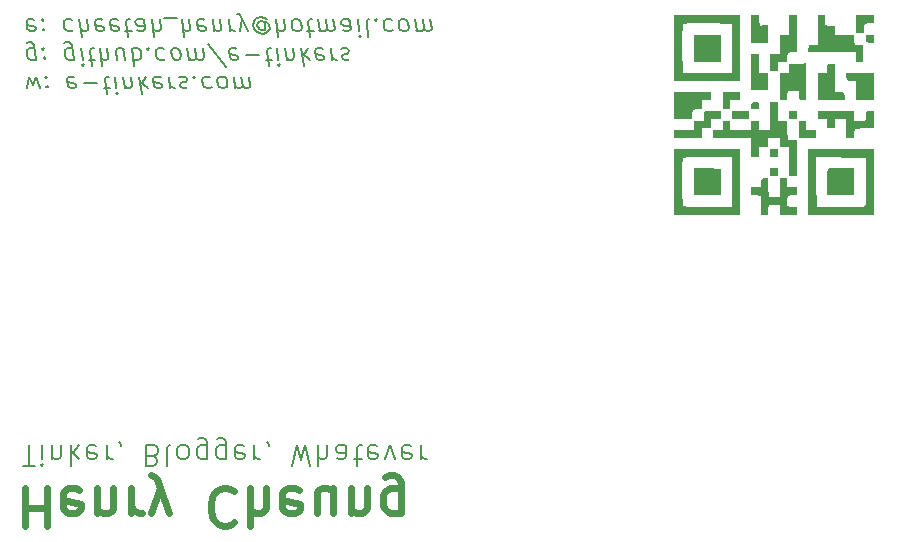
<source format=gbr>
%TF.GenerationSoftware,KiCad,Pcbnew,(6.0.11-0)*%
%TF.CreationDate,2024-05-30T12:09:29+08:00*%
%TF.ProjectId,tinyAVR-business-card,74696e79-4156-4522-9d62-7573696e6573,rev?*%
%TF.SameCoordinates,Original*%
%TF.FileFunction,Legend,Bot*%
%TF.FilePolarity,Positive*%
%FSLAX46Y46*%
G04 Gerber Fmt 4.6, Leading zero omitted, Abs format (unit mm)*
G04 Created by KiCad (PCBNEW (6.0.11-0)) date 2024-05-30 12:09:29*
%MOMM*%
%LPD*%
G01*
G04 APERTURE LIST*
%ADD10C,0.200000*%
%ADD11C,0.600000*%
G04 APERTURE END LIST*
D10*
X91728214Y-71736428D02*
X91888928Y-70736428D01*
X92263928Y-71450714D01*
X92460357Y-70736428D01*
X92871071Y-71736428D01*
X93335357Y-70879285D02*
X93397857Y-70807857D01*
X93317500Y-70736428D01*
X93255000Y-70807857D01*
X93335357Y-70879285D01*
X93317500Y-70736428D01*
X93433571Y-71665000D02*
X93496071Y-71593571D01*
X93415714Y-71522142D01*
X93353214Y-71593571D01*
X93433571Y-71665000D01*
X93415714Y-71522142D01*
X95755000Y-70807857D02*
X95603214Y-70736428D01*
X95317500Y-70736428D01*
X95183571Y-70807857D01*
X95130000Y-70950714D01*
X95201428Y-71522142D01*
X95290714Y-71665000D01*
X95442500Y-71736428D01*
X95728214Y-71736428D01*
X95862142Y-71665000D01*
X95915714Y-71522142D01*
X95897857Y-71379285D01*
X95165714Y-71236428D01*
X96531785Y-71307857D02*
X97674642Y-71307857D01*
X98228214Y-71736428D02*
X98799642Y-71736428D01*
X98504999Y-72236428D02*
X98344285Y-70950714D01*
X98397857Y-70807857D01*
X98531785Y-70736428D01*
X98674642Y-70736428D01*
X99174642Y-70736428D02*
X99299642Y-71736428D01*
X99362142Y-72236428D02*
X99281785Y-72165000D01*
X99344285Y-72093571D01*
X99424642Y-72165000D01*
X99362142Y-72236428D01*
X99344285Y-72093571D01*
X100013928Y-71736428D02*
X99888928Y-70736428D01*
X99996071Y-71593571D02*
X100076428Y-71665000D01*
X100228214Y-71736428D01*
X100442499Y-71736428D01*
X100576428Y-71665000D01*
X100629999Y-71522142D01*
X100531785Y-70736428D01*
X101246071Y-70736428D02*
X101433571Y-72236428D01*
X101460357Y-71307857D02*
X101817499Y-70736428D01*
X101942499Y-71736428D02*
X101299642Y-71165000D01*
X103040714Y-70807857D02*
X102888928Y-70736428D01*
X102603214Y-70736428D01*
X102469285Y-70807857D01*
X102415714Y-70950714D01*
X102487142Y-71522142D01*
X102576428Y-71665000D01*
X102728214Y-71736428D01*
X103013928Y-71736428D01*
X103147857Y-71665000D01*
X103201428Y-71522142D01*
X103183571Y-71379285D01*
X102451428Y-71236428D01*
X103746071Y-70736428D02*
X103871071Y-71736428D01*
X103835357Y-71450714D02*
X103924642Y-71593571D01*
X104004999Y-71665000D01*
X104156785Y-71736428D01*
X104299642Y-71736428D01*
X104612142Y-70807857D02*
X104746071Y-70736428D01*
X105031785Y-70736428D01*
X105183571Y-70807857D01*
X105272857Y-70950714D01*
X105281785Y-71022142D01*
X105228214Y-71165000D01*
X105094285Y-71236428D01*
X104879999Y-71236428D01*
X104746071Y-71307857D01*
X104692499Y-71450714D01*
X104701428Y-71522142D01*
X104790714Y-71665000D01*
X104942499Y-71736428D01*
X105156785Y-71736428D01*
X105290714Y-71665000D01*
X105906785Y-70879285D02*
X105969285Y-70807857D01*
X105888928Y-70736428D01*
X105826428Y-70807857D01*
X105906785Y-70879285D01*
X105888928Y-70736428D01*
X107254999Y-70807857D02*
X107103214Y-70736428D01*
X106817499Y-70736428D01*
X106683571Y-70807857D01*
X106621071Y-70879285D01*
X106567499Y-71022142D01*
X106621071Y-71450714D01*
X106710357Y-71593571D01*
X106790714Y-71665000D01*
X106942499Y-71736428D01*
X107228214Y-71736428D01*
X107362142Y-71665000D01*
X108103214Y-70736428D02*
X107969285Y-70807857D01*
X107906785Y-70879285D01*
X107853214Y-71022142D01*
X107906785Y-71450714D01*
X107996071Y-71593571D01*
X108076428Y-71665000D01*
X108228214Y-71736428D01*
X108442499Y-71736428D01*
X108576428Y-71665000D01*
X108638928Y-71593571D01*
X108692499Y-71450714D01*
X108638928Y-71022142D01*
X108549642Y-70879285D01*
X108469285Y-70807857D01*
X108317499Y-70736428D01*
X108103214Y-70736428D01*
X109246071Y-70736428D02*
X109371071Y-71736428D01*
X109353214Y-71593571D02*
X109433571Y-71665000D01*
X109585357Y-71736428D01*
X109799642Y-71736428D01*
X109933571Y-71665000D01*
X109987142Y-71522142D01*
X109888928Y-70736428D01*
X109987142Y-71522142D02*
X110076428Y-71665000D01*
X110228214Y-71736428D01*
X110442499Y-71736428D01*
X110576428Y-71665000D01*
X110629999Y-71522142D01*
X110531785Y-70736428D01*
X92513928Y-69321428D02*
X92362142Y-68107142D01*
X92272857Y-67964285D01*
X92192500Y-67892857D01*
X92040714Y-67821428D01*
X91826428Y-67821428D01*
X91692500Y-67892857D01*
X92397857Y-68392857D02*
X92246071Y-68321428D01*
X91960357Y-68321428D01*
X91826428Y-68392857D01*
X91763928Y-68464285D01*
X91710357Y-68607142D01*
X91763928Y-69035714D01*
X91853214Y-69178571D01*
X91933571Y-69250000D01*
X92085357Y-69321428D01*
X92371071Y-69321428D01*
X92505000Y-69250000D01*
X93121071Y-68464285D02*
X93183571Y-68392857D01*
X93103214Y-68321428D01*
X93040714Y-68392857D01*
X93121071Y-68464285D01*
X93103214Y-68321428D01*
X93219285Y-69250000D02*
X93281785Y-69178571D01*
X93201428Y-69107142D01*
X93138928Y-69178571D01*
X93219285Y-69250000D01*
X93201428Y-69107142D01*
X95728214Y-69321428D02*
X95576428Y-68107142D01*
X95487142Y-67964285D01*
X95406785Y-67892857D01*
X95255000Y-67821428D01*
X95040714Y-67821428D01*
X94906785Y-67892857D01*
X95612142Y-68392857D02*
X95460357Y-68321428D01*
X95174642Y-68321428D01*
X95040714Y-68392857D01*
X94978214Y-68464285D01*
X94924642Y-68607142D01*
X94978214Y-69035714D01*
X95067500Y-69178571D01*
X95147857Y-69250000D01*
X95299642Y-69321428D01*
X95585357Y-69321428D01*
X95719285Y-69250000D01*
X96317500Y-68321428D02*
X96442500Y-69321428D01*
X96505000Y-69821428D02*
X96424642Y-69750000D01*
X96487142Y-69678571D01*
X96567500Y-69750000D01*
X96505000Y-69821428D01*
X96487142Y-69678571D01*
X96942500Y-69321428D02*
X97513928Y-69321428D01*
X97219285Y-69821428D02*
X97058571Y-68535714D01*
X97112142Y-68392857D01*
X97246071Y-68321428D01*
X97388928Y-68321428D01*
X97888928Y-68321428D02*
X98076428Y-69821428D01*
X98531785Y-68321428D02*
X98630000Y-69107142D01*
X98576428Y-69250000D01*
X98442500Y-69321428D01*
X98228214Y-69321428D01*
X98076428Y-69250000D01*
X97996071Y-69178571D01*
X100013928Y-69321428D02*
X99888928Y-68321428D01*
X99371071Y-69321428D02*
X99272857Y-68535714D01*
X99326428Y-68392857D01*
X99460357Y-68321428D01*
X99674642Y-68321428D01*
X99826428Y-68392857D01*
X99906785Y-68464285D01*
X100603214Y-68321428D02*
X100790714Y-69821428D01*
X100719285Y-69250000D02*
X100871071Y-69321428D01*
X101156785Y-69321428D01*
X101290714Y-69250000D01*
X101353214Y-69178571D01*
X101406785Y-69035714D01*
X101353214Y-68607142D01*
X101263928Y-68464285D01*
X101183571Y-68392857D01*
X101031785Y-68321428D01*
X100746071Y-68321428D01*
X100612142Y-68392857D01*
X101978214Y-68464285D02*
X102040714Y-68392857D01*
X101960357Y-68321428D01*
X101897857Y-68392857D01*
X101978214Y-68464285D01*
X101960357Y-68321428D01*
X103326428Y-68392857D02*
X103174642Y-68321428D01*
X102888928Y-68321428D01*
X102755000Y-68392857D01*
X102692500Y-68464285D01*
X102638928Y-68607142D01*
X102692500Y-69035714D01*
X102781785Y-69178571D01*
X102862142Y-69250000D01*
X103013928Y-69321428D01*
X103299642Y-69321428D01*
X103433571Y-69250000D01*
X104174642Y-68321428D02*
X104040714Y-68392857D01*
X103978214Y-68464285D01*
X103924642Y-68607142D01*
X103978214Y-69035714D01*
X104067500Y-69178571D01*
X104147857Y-69250000D01*
X104299642Y-69321428D01*
X104513928Y-69321428D01*
X104647857Y-69250000D01*
X104710357Y-69178571D01*
X104763928Y-69035714D01*
X104710357Y-68607142D01*
X104621071Y-68464285D01*
X104540714Y-68392857D01*
X104388928Y-68321428D01*
X104174642Y-68321428D01*
X105317500Y-68321428D02*
X105442500Y-69321428D01*
X105424642Y-69178571D02*
X105505000Y-69250000D01*
X105656785Y-69321428D01*
X105871071Y-69321428D01*
X106005000Y-69250000D01*
X106058571Y-69107142D01*
X105960357Y-68321428D01*
X106058571Y-69107142D02*
X106147857Y-69250000D01*
X106299642Y-69321428D01*
X106513928Y-69321428D01*
X106647857Y-69250000D01*
X106701428Y-69107142D01*
X106603214Y-68321428D01*
X108585357Y-69892857D02*
X107058571Y-67964285D01*
X109469285Y-68392857D02*
X109317500Y-68321428D01*
X109031785Y-68321428D01*
X108897857Y-68392857D01*
X108844285Y-68535714D01*
X108915714Y-69107142D01*
X109005000Y-69250000D01*
X109156785Y-69321428D01*
X109442500Y-69321428D01*
X109576428Y-69250000D01*
X109630000Y-69107142D01*
X109612142Y-68964285D01*
X108880000Y-68821428D01*
X110246071Y-68892857D02*
X111388928Y-68892857D01*
X111942500Y-69321428D02*
X112513928Y-69321428D01*
X112219285Y-69821428D02*
X112058571Y-68535714D01*
X112112142Y-68392857D01*
X112246071Y-68321428D01*
X112388928Y-68321428D01*
X112888928Y-68321428D02*
X113013928Y-69321428D01*
X113076428Y-69821428D02*
X112996071Y-69750000D01*
X113058571Y-69678571D01*
X113138928Y-69750000D01*
X113076428Y-69821428D01*
X113058571Y-69678571D01*
X113728214Y-69321428D02*
X113603214Y-68321428D01*
X113710357Y-69178571D02*
X113790714Y-69250000D01*
X113942500Y-69321428D01*
X114156785Y-69321428D01*
X114290714Y-69250000D01*
X114344285Y-69107142D01*
X114246071Y-68321428D01*
X114960357Y-68321428D02*
X115147857Y-69821428D01*
X115174642Y-68892857D02*
X115531785Y-68321428D01*
X115656785Y-69321428D02*
X115013928Y-68750000D01*
X116755000Y-68392857D02*
X116603214Y-68321428D01*
X116317500Y-68321428D01*
X116183571Y-68392857D01*
X116130000Y-68535714D01*
X116201428Y-69107142D01*
X116290714Y-69250000D01*
X116442500Y-69321428D01*
X116728214Y-69321428D01*
X116862142Y-69250000D01*
X116915714Y-69107142D01*
X116897857Y-68964285D01*
X116165714Y-68821428D01*
X117460357Y-68321428D02*
X117585357Y-69321428D01*
X117549642Y-69035714D02*
X117638928Y-69178571D01*
X117719285Y-69250000D01*
X117871071Y-69321428D01*
X118013928Y-69321428D01*
X118326428Y-68392857D02*
X118460357Y-68321428D01*
X118746071Y-68321428D01*
X118897857Y-68392857D01*
X118987142Y-68535714D01*
X118996071Y-68607142D01*
X118942500Y-68750000D01*
X118808571Y-68821428D01*
X118594285Y-68821428D01*
X118460357Y-68892857D01*
X118406785Y-69035714D01*
X118415714Y-69107142D01*
X118505000Y-69250000D01*
X118656785Y-69321428D01*
X118871071Y-69321428D01*
X119005000Y-69250000D01*
X92326428Y-65977857D02*
X92174642Y-65906428D01*
X91888928Y-65906428D01*
X91755000Y-65977857D01*
X91701428Y-66120714D01*
X91772857Y-66692142D01*
X91862142Y-66835000D01*
X92013928Y-66906428D01*
X92299642Y-66906428D01*
X92433571Y-66835000D01*
X92487142Y-66692142D01*
X92469285Y-66549285D01*
X91737142Y-66406428D01*
X93049642Y-66049285D02*
X93112142Y-65977857D01*
X93031785Y-65906428D01*
X92969285Y-65977857D01*
X93049642Y-66049285D01*
X93031785Y-65906428D01*
X93147857Y-66835000D02*
X93210357Y-66763571D01*
X93130000Y-66692142D01*
X93067500Y-66763571D01*
X93147857Y-66835000D01*
X93130000Y-66692142D01*
X95540714Y-65977857D02*
X95388928Y-65906428D01*
X95103214Y-65906428D01*
X94969285Y-65977857D01*
X94906785Y-66049285D01*
X94853214Y-66192142D01*
X94906785Y-66620714D01*
X94996071Y-66763571D01*
X95076428Y-66835000D01*
X95228214Y-66906428D01*
X95513928Y-66906428D01*
X95647857Y-66835000D01*
X96174642Y-65906428D02*
X96362142Y-67406428D01*
X96817500Y-65906428D02*
X96915714Y-66692142D01*
X96862142Y-66835000D01*
X96728214Y-66906428D01*
X96513928Y-66906428D01*
X96362142Y-66835000D01*
X96281785Y-66763571D01*
X98112142Y-65977857D02*
X97960357Y-65906428D01*
X97674642Y-65906428D01*
X97540714Y-65977857D01*
X97487142Y-66120714D01*
X97558571Y-66692142D01*
X97647857Y-66835000D01*
X97799642Y-66906428D01*
X98085357Y-66906428D01*
X98219285Y-66835000D01*
X98272857Y-66692142D01*
X98255000Y-66549285D01*
X97522857Y-66406428D01*
X99397857Y-65977857D02*
X99246071Y-65906428D01*
X98960357Y-65906428D01*
X98826428Y-65977857D01*
X98772857Y-66120714D01*
X98844285Y-66692142D01*
X98933571Y-66835000D01*
X99085357Y-66906428D01*
X99371071Y-66906428D01*
X99505000Y-66835000D01*
X99558571Y-66692142D01*
X99540714Y-66549285D01*
X98808571Y-66406428D01*
X100013928Y-66906428D02*
X100585357Y-66906428D01*
X100290714Y-67406428D02*
X100130000Y-66120714D01*
X100183571Y-65977857D01*
X100317500Y-65906428D01*
X100460357Y-65906428D01*
X101603214Y-65906428D02*
X101701428Y-66692142D01*
X101647857Y-66835000D01*
X101513928Y-66906428D01*
X101228214Y-66906428D01*
X101076428Y-66835000D01*
X101612142Y-65977857D02*
X101460357Y-65906428D01*
X101103214Y-65906428D01*
X100969285Y-65977857D01*
X100915714Y-66120714D01*
X100933571Y-66263571D01*
X101022857Y-66406428D01*
X101174642Y-66477857D01*
X101531785Y-66477857D01*
X101683571Y-66549285D01*
X102317500Y-65906428D02*
X102505000Y-67406428D01*
X102960357Y-65906428D02*
X103058571Y-66692142D01*
X103005000Y-66835000D01*
X102871071Y-66906428D01*
X102656785Y-66906428D01*
X102505000Y-66835000D01*
X102424642Y-66763571D01*
X103299642Y-65763571D02*
X104442500Y-65763571D01*
X104817500Y-65906428D02*
X105005000Y-67406428D01*
X105460357Y-65906428D02*
X105558571Y-66692142D01*
X105505000Y-66835000D01*
X105371071Y-66906428D01*
X105156785Y-66906428D01*
X105005000Y-66835000D01*
X104924642Y-66763571D01*
X106755000Y-65977857D02*
X106603214Y-65906428D01*
X106317500Y-65906428D01*
X106183571Y-65977857D01*
X106130000Y-66120714D01*
X106201428Y-66692142D01*
X106290714Y-66835000D01*
X106442500Y-66906428D01*
X106728214Y-66906428D01*
X106862142Y-66835000D01*
X106915714Y-66692142D01*
X106897857Y-66549285D01*
X106165714Y-66406428D01*
X107585357Y-66906428D02*
X107460357Y-65906428D01*
X107567500Y-66763571D02*
X107647857Y-66835000D01*
X107799642Y-66906428D01*
X108013928Y-66906428D01*
X108147857Y-66835000D01*
X108201428Y-66692142D01*
X108103214Y-65906428D01*
X108817500Y-65906428D02*
X108942500Y-66906428D01*
X108906785Y-66620714D02*
X108996071Y-66763571D01*
X109076428Y-66835000D01*
X109228214Y-66906428D01*
X109371071Y-66906428D01*
X109728214Y-66906428D02*
X109960357Y-65906428D01*
X110442500Y-66906428D02*
X109960357Y-65906428D01*
X109772857Y-65549285D01*
X109692500Y-65477857D01*
X109540714Y-65406428D01*
X111906785Y-66620714D02*
X111844285Y-66692142D01*
X111710357Y-66763571D01*
X111567500Y-66763571D01*
X111415714Y-66692142D01*
X111335357Y-66620714D01*
X111246071Y-66477857D01*
X111228214Y-66335000D01*
X111281785Y-66192142D01*
X111344285Y-66120714D01*
X111478214Y-66049285D01*
X111621071Y-66049285D01*
X111772857Y-66120714D01*
X111853214Y-66192142D01*
X111924642Y-66763571D02*
X111853214Y-66192142D01*
X111915714Y-66120714D01*
X111987142Y-66120714D01*
X112138928Y-66192142D01*
X112228214Y-66335000D01*
X112272857Y-66692142D01*
X112156785Y-66906428D01*
X111960357Y-67049285D01*
X111683571Y-67120714D01*
X111388928Y-67049285D01*
X111156785Y-66906428D01*
X110987142Y-66692142D01*
X110880000Y-66406428D01*
X110915714Y-66120714D01*
X111031785Y-65906428D01*
X111228214Y-65763571D01*
X111505000Y-65692142D01*
X111799642Y-65763571D01*
X112031785Y-65906428D01*
X112817500Y-65906428D02*
X113005000Y-67406428D01*
X113460357Y-65906428D02*
X113558571Y-66692142D01*
X113505000Y-66835000D01*
X113371071Y-66906428D01*
X113156785Y-66906428D01*
X113005000Y-66835000D01*
X112924642Y-66763571D01*
X114388928Y-65906428D02*
X114255000Y-65977857D01*
X114192500Y-66049285D01*
X114138928Y-66192142D01*
X114192500Y-66620714D01*
X114281785Y-66763571D01*
X114362142Y-66835000D01*
X114513928Y-66906428D01*
X114728214Y-66906428D01*
X114862142Y-66835000D01*
X114924642Y-66763571D01*
X114978214Y-66620714D01*
X114924642Y-66192142D01*
X114835357Y-66049285D01*
X114755000Y-65977857D01*
X114603214Y-65906428D01*
X114388928Y-65906428D01*
X115442500Y-66906428D02*
X116013928Y-66906428D01*
X115719285Y-67406428D02*
X115558571Y-66120714D01*
X115612142Y-65977857D01*
X115746071Y-65906428D01*
X115888928Y-65906428D01*
X116388928Y-65906428D02*
X116513928Y-66906428D01*
X116496071Y-66763571D02*
X116576428Y-66835000D01*
X116728214Y-66906428D01*
X116942500Y-66906428D01*
X117076428Y-66835000D01*
X117130000Y-66692142D01*
X117031785Y-65906428D01*
X117130000Y-66692142D02*
X117219285Y-66835000D01*
X117371071Y-66906428D01*
X117585357Y-66906428D01*
X117719285Y-66835000D01*
X117772857Y-66692142D01*
X117674642Y-65906428D01*
X119031785Y-65906428D02*
X119130000Y-66692142D01*
X119076428Y-66835000D01*
X118942500Y-66906428D01*
X118656785Y-66906428D01*
X118505000Y-66835000D01*
X119040714Y-65977857D02*
X118888928Y-65906428D01*
X118531785Y-65906428D01*
X118397857Y-65977857D01*
X118344285Y-66120714D01*
X118362142Y-66263571D01*
X118451428Y-66406428D01*
X118603214Y-66477857D01*
X118960357Y-66477857D01*
X119112142Y-66549285D01*
X119746071Y-65906428D02*
X119871071Y-66906428D01*
X119933571Y-67406428D02*
X119853214Y-67335000D01*
X119915714Y-67263571D01*
X119996071Y-67335000D01*
X119933571Y-67406428D01*
X119915714Y-67263571D01*
X120674642Y-65906428D02*
X120540714Y-65977857D01*
X120487142Y-66120714D01*
X120647857Y-67406428D01*
X121263928Y-66049285D02*
X121326428Y-65977857D01*
X121246071Y-65906428D01*
X121183571Y-65977857D01*
X121263928Y-66049285D01*
X121246071Y-65906428D01*
X122612142Y-65977857D02*
X122460357Y-65906428D01*
X122174642Y-65906428D01*
X122040714Y-65977857D01*
X121978214Y-66049285D01*
X121924642Y-66192142D01*
X121978214Y-66620714D01*
X122067500Y-66763571D01*
X122147857Y-66835000D01*
X122299642Y-66906428D01*
X122585357Y-66906428D01*
X122719285Y-66835000D01*
X123460357Y-65906428D02*
X123326428Y-65977857D01*
X123263928Y-66049285D01*
X123210357Y-66192142D01*
X123263928Y-66620714D01*
X123353214Y-66763571D01*
X123433571Y-66835000D01*
X123585357Y-66906428D01*
X123799642Y-66906428D01*
X123933571Y-66835000D01*
X123996071Y-66763571D01*
X124049642Y-66620714D01*
X123996071Y-66192142D01*
X123906785Y-66049285D01*
X123826428Y-65977857D01*
X123674642Y-65906428D01*
X123460357Y-65906428D01*
X124603214Y-65906428D02*
X124728214Y-66906428D01*
X124710357Y-66763571D02*
X124790714Y-66835000D01*
X124942500Y-66906428D01*
X125156785Y-66906428D01*
X125290714Y-66835000D01*
X125344285Y-66692142D01*
X125246071Y-65906428D01*
X125344285Y-66692142D02*
X125433571Y-66835000D01*
X125585357Y-66906428D01*
X125799642Y-66906428D01*
X125933571Y-66835000D01*
X125987142Y-66692142D01*
X125888928Y-65906428D01*
D11*
X91576190Y-105552380D02*
X91576190Y-108752380D01*
X91576190Y-107228571D02*
X93404761Y-107228571D01*
X93404761Y-105552380D02*
X93404761Y-108752380D01*
X96147619Y-105704761D02*
X95842857Y-105552380D01*
X95233333Y-105552380D01*
X94928571Y-105704761D01*
X94776190Y-106009523D01*
X94776190Y-107228571D01*
X94928571Y-107533333D01*
X95233333Y-107685714D01*
X95842857Y-107685714D01*
X96147619Y-107533333D01*
X96300000Y-107228571D01*
X96300000Y-106923809D01*
X94776190Y-106619047D01*
X97671428Y-107685714D02*
X97671428Y-105552380D01*
X97671428Y-107380952D02*
X97823809Y-107533333D01*
X98128571Y-107685714D01*
X98585714Y-107685714D01*
X98890476Y-107533333D01*
X99042857Y-107228571D01*
X99042857Y-105552380D01*
X100566666Y-105552380D02*
X100566666Y-107685714D01*
X100566666Y-107076190D02*
X100719047Y-107380952D01*
X100871428Y-107533333D01*
X101176190Y-107685714D01*
X101480952Y-107685714D01*
X102242857Y-107685714D02*
X103004761Y-105552380D01*
X103766666Y-107685714D02*
X103004761Y-105552380D01*
X102700000Y-104790476D01*
X102547619Y-104638095D01*
X102242857Y-104485714D01*
X109252380Y-105857142D02*
X109100000Y-105704761D01*
X108642857Y-105552380D01*
X108338095Y-105552380D01*
X107880952Y-105704761D01*
X107576190Y-106009523D01*
X107423809Y-106314285D01*
X107271428Y-106923809D01*
X107271428Y-107380952D01*
X107423809Y-107990476D01*
X107576190Y-108295238D01*
X107880952Y-108600000D01*
X108338095Y-108752380D01*
X108642857Y-108752380D01*
X109100000Y-108600000D01*
X109252380Y-108447619D01*
X110623809Y-105552380D02*
X110623809Y-108752380D01*
X111995238Y-105552380D02*
X111995238Y-107228571D01*
X111842857Y-107533333D01*
X111538095Y-107685714D01*
X111080952Y-107685714D01*
X110776190Y-107533333D01*
X110623809Y-107380952D01*
X114738095Y-105704761D02*
X114433333Y-105552380D01*
X113823809Y-105552380D01*
X113519047Y-105704761D01*
X113366666Y-106009523D01*
X113366666Y-107228571D01*
X113519047Y-107533333D01*
X113823809Y-107685714D01*
X114433333Y-107685714D01*
X114738095Y-107533333D01*
X114890476Y-107228571D01*
X114890476Y-106923809D01*
X113366666Y-106619047D01*
X117633333Y-107685714D02*
X117633333Y-105552380D01*
X116261904Y-107685714D02*
X116261904Y-106009523D01*
X116414285Y-105704761D01*
X116719047Y-105552380D01*
X117176190Y-105552380D01*
X117480952Y-105704761D01*
X117633333Y-105857142D01*
X119157142Y-107685714D02*
X119157142Y-105552380D01*
X119157142Y-107380952D02*
X119309523Y-107533333D01*
X119614285Y-107685714D01*
X120071428Y-107685714D01*
X120376190Y-107533333D01*
X120528571Y-107228571D01*
X120528571Y-105552380D01*
X123423809Y-107685714D02*
X123423809Y-105095238D01*
X123271428Y-104790476D01*
X123119047Y-104638095D01*
X122814285Y-104485714D01*
X122357142Y-104485714D01*
X122052380Y-104638095D01*
X123423809Y-105704761D02*
X123119047Y-105552380D01*
X122509523Y-105552380D01*
X122204761Y-105704761D01*
X122052380Y-105857142D01*
X121900000Y-106161904D01*
X121900000Y-107076190D01*
X122052380Y-107380952D01*
X122204761Y-107533333D01*
X122509523Y-107685714D01*
X123119047Y-107685714D01*
X123423809Y-107533333D01*
D10*
X91357142Y-103735714D02*
X92385714Y-103735714D01*
X91871428Y-101935714D02*
X91871428Y-103735714D01*
X92985714Y-101935714D02*
X92985714Y-103135714D01*
X92985714Y-103735714D02*
X92899999Y-103650000D01*
X92985714Y-103564285D01*
X93071428Y-103650000D01*
X92985714Y-103735714D01*
X92985714Y-103564285D01*
X93842857Y-103135714D02*
X93842857Y-101935714D01*
X93842857Y-102964285D02*
X93928571Y-103050000D01*
X94100000Y-103135714D01*
X94357142Y-103135714D01*
X94528571Y-103050000D01*
X94614285Y-102878571D01*
X94614285Y-101935714D01*
X95471428Y-101935714D02*
X95471428Y-103735714D01*
X95642857Y-102621428D02*
X96157142Y-101935714D01*
X96157142Y-103135714D02*
X95471428Y-102450000D01*
X97614285Y-102021428D02*
X97442857Y-101935714D01*
X97100000Y-101935714D01*
X96928571Y-102021428D01*
X96842857Y-102192857D01*
X96842857Y-102878571D01*
X96928571Y-103050000D01*
X97100000Y-103135714D01*
X97442857Y-103135714D01*
X97614285Y-103050000D01*
X97700000Y-102878571D01*
X97700000Y-102707142D01*
X96842857Y-102535714D01*
X98471428Y-101935714D02*
X98471428Y-103135714D01*
X98471428Y-102792857D02*
X98557142Y-102964285D01*
X98642857Y-103050000D01*
X98814285Y-103135714D01*
X98985714Y-103135714D01*
X99671428Y-102021428D02*
X99671428Y-101935714D01*
X99585714Y-101764285D01*
X99499999Y-101678571D01*
X102414285Y-102878571D02*
X102671428Y-102792857D01*
X102757142Y-102707142D01*
X102842857Y-102535714D01*
X102842857Y-102278571D01*
X102757142Y-102107142D01*
X102671428Y-102021428D01*
X102499999Y-101935714D01*
X101814285Y-101935714D01*
X101814285Y-103735714D01*
X102414285Y-103735714D01*
X102585714Y-103650000D01*
X102671428Y-103564285D01*
X102757142Y-103392857D01*
X102757142Y-103221428D01*
X102671428Y-103050000D01*
X102585714Y-102964285D01*
X102414285Y-102878571D01*
X101814285Y-102878571D01*
X103871428Y-101935714D02*
X103699999Y-102021428D01*
X103614285Y-102192857D01*
X103614285Y-103735714D01*
X104814285Y-101935714D02*
X104642857Y-102021428D01*
X104557142Y-102107142D01*
X104471428Y-102278571D01*
X104471428Y-102792857D01*
X104557142Y-102964285D01*
X104642857Y-103050000D01*
X104814285Y-103135714D01*
X105071428Y-103135714D01*
X105242857Y-103050000D01*
X105328571Y-102964285D01*
X105414285Y-102792857D01*
X105414285Y-102278571D01*
X105328571Y-102107142D01*
X105242857Y-102021428D01*
X105071428Y-101935714D01*
X104814285Y-101935714D01*
X106957142Y-103135714D02*
X106957142Y-101678571D01*
X106871428Y-101507142D01*
X106785714Y-101421428D01*
X106614285Y-101335714D01*
X106357142Y-101335714D01*
X106185714Y-101421428D01*
X106957142Y-102021428D02*
X106785714Y-101935714D01*
X106442857Y-101935714D01*
X106271428Y-102021428D01*
X106185714Y-102107142D01*
X106099999Y-102278571D01*
X106099999Y-102792857D01*
X106185714Y-102964285D01*
X106271428Y-103050000D01*
X106442857Y-103135714D01*
X106785714Y-103135714D01*
X106957142Y-103050000D01*
X108585714Y-103135714D02*
X108585714Y-101678571D01*
X108499999Y-101507142D01*
X108414285Y-101421428D01*
X108242857Y-101335714D01*
X107985714Y-101335714D01*
X107814285Y-101421428D01*
X108585714Y-102021428D02*
X108414285Y-101935714D01*
X108071428Y-101935714D01*
X107899999Y-102021428D01*
X107814285Y-102107142D01*
X107728571Y-102278571D01*
X107728571Y-102792857D01*
X107814285Y-102964285D01*
X107899999Y-103050000D01*
X108071428Y-103135714D01*
X108414285Y-103135714D01*
X108585714Y-103050000D01*
X110128571Y-102021428D02*
X109957142Y-101935714D01*
X109614285Y-101935714D01*
X109442857Y-102021428D01*
X109357142Y-102192857D01*
X109357142Y-102878571D01*
X109442857Y-103050000D01*
X109614285Y-103135714D01*
X109957142Y-103135714D01*
X110128571Y-103050000D01*
X110214285Y-102878571D01*
X110214285Y-102707142D01*
X109357142Y-102535714D01*
X110985714Y-101935714D02*
X110985714Y-103135714D01*
X110985714Y-102792857D02*
X111071428Y-102964285D01*
X111157142Y-103050000D01*
X111328571Y-103135714D01*
X111499999Y-103135714D01*
X112185714Y-102021428D02*
X112185714Y-101935714D01*
X112099999Y-101764285D01*
X112014285Y-101678571D01*
X114157142Y-103735714D02*
X114585714Y-101935714D01*
X114928571Y-103221428D01*
X115271428Y-101935714D01*
X115699999Y-103735714D01*
X116385714Y-101935714D02*
X116385714Y-103735714D01*
X117157142Y-101935714D02*
X117157142Y-102878571D01*
X117071428Y-103050000D01*
X116899999Y-103135714D01*
X116642857Y-103135714D01*
X116471428Y-103050000D01*
X116385714Y-102964285D01*
X118785714Y-101935714D02*
X118785714Y-102878571D01*
X118699999Y-103050000D01*
X118528571Y-103135714D01*
X118185714Y-103135714D01*
X118014285Y-103050000D01*
X118785714Y-102021428D02*
X118614285Y-101935714D01*
X118185714Y-101935714D01*
X118014285Y-102021428D01*
X117928571Y-102192857D01*
X117928571Y-102364285D01*
X118014285Y-102535714D01*
X118185714Y-102621428D01*
X118614285Y-102621428D01*
X118785714Y-102707142D01*
X119385714Y-103135714D02*
X120071428Y-103135714D01*
X119642857Y-103735714D02*
X119642857Y-102192857D01*
X119728571Y-102021428D01*
X119899999Y-101935714D01*
X120071428Y-101935714D01*
X121357142Y-102021428D02*
X121185714Y-101935714D01*
X120842857Y-101935714D01*
X120671428Y-102021428D01*
X120585714Y-102192857D01*
X120585714Y-102878571D01*
X120671428Y-103050000D01*
X120842857Y-103135714D01*
X121185714Y-103135714D01*
X121357142Y-103050000D01*
X121442857Y-102878571D01*
X121442857Y-102707142D01*
X120585714Y-102535714D01*
X122042857Y-103135714D02*
X122471428Y-101935714D01*
X122899999Y-103135714D01*
X124271428Y-102021428D02*
X124099999Y-101935714D01*
X123757142Y-101935714D01*
X123585714Y-102021428D01*
X123499999Y-102192857D01*
X123499999Y-102878571D01*
X123585714Y-103050000D01*
X123757142Y-103135714D01*
X124099999Y-103135714D01*
X124271428Y-103050000D01*
X124357142Y-102878571D01*
X124357142Y-102707142D01*
X123499999Y-102535714D01*
X125128571Y-101935714D02*
X125128571Y-103135714D01*
X125128571Y-102792857D02*
X125214285Y-102964285D01*
X125299999Y-103050000D01*
X125471428Y-103135714D01*
X125642857Y-103135714D01*
%TO.C,G\u002A\u002A\u002A*%
G36*
X163466667Y-72730000D02*
G01*
X161942667Y-72730000D01*
X161942667Y-71130611D01*
X161540500Y-71104805D01*
X161347132Y-71089664D01*
X161198641Y-71050006D01*
X161136187Y-70953362D01*
X161112056Y-70761500D01*
X161085778Y-70444000D01*
X163466667Y-70444000D01*
X163466667Y-72730000D01*
G37*
G36*
X163466667Y-67913736D02*
G01*
X163117548Y-67887701D01*
X163009772Y-67878763D01*
X162842135Y-67842008D01*
X162772315Y-67746260D01*
X162749592Y-67544166D01*
X162730755Y-67226666D01*
X163466667Y-67226666D01*
X163466667Y-67913736D01*
G37*
G36*
X153730000Y-70444000D02*
G01*
X154492000Y-70444000D01*
X154492000Y-71883333D01*
X153052667Y-71883333D01*
X153052667Y-68835333D01*
X153730000Y-68835333D01*
X153730000Y-70444000D01*
G37*
G36*
X157694857Y-69689768D02*
G01*
X157700658Y-69908258D01*
X157705241Y-70244051D01*
X157708251Y-70671176D01*
X157709334Y-71163666D01*
X157709334Y-72730000D01*
X157417639Y-72730000D01*
X157279098Y-72726520D01*
X157169789Y-72688130D01*
X157121911Y-72570150D01*
X157100139Y-72327833D01*
X157074334Y-71925666D01*
X156143000Y-71925666D01*
X156117195Y-72327833D01*
X156102434Y-72518536D01*
X156065137Y-72665847D01*
X155975999Y-72721419D01*
X155799695Y-72730000D01*
X155508000Y-72730000D01*
X155508000Y-70444000D01*
X156270000Y-70444000D01*
X156270000Y-69688848D01*
X156968500Y-69660324D01*
X157079817Y-69655570D01*
X157383434Y-69640228D01*
X157599896Y-69625690D01*
X157688167Y-69614567D01*
X157688192Y-69614547D01*
X157694857Y-69689768D01*
G37*
G36*
X153491266Y-72899996D02*
G01*
X153656443Y-72921617D01*
X153719747Y-73005935D01*
X153730000Y-73195666D01*
X153729243Y-73283107D01*
X153704533Y-73427637D01*
X153608170Y-73483029D01*
X153391334Y-73492000D01*
X153291401Y-73491337D01*
X153126224Y-73469716D01*
X153062920Y-73385398D01*
X153052667Y-73195666D01*
X153053424Y-73108226D01*
X153078134Y-72963696D01*
X153174497Y-72908304D01*
X153391334Y-72899333D01*
X153491266Y-72899996D01*
G37*
G36*
X150512667Y-74338666D02*
G01*
X149666000Y-74338666D01*
X149666000Y-75100666D01*
X148904000Y-75100666D01*
X148904000Y-75947333D01*
X146533334Y-75947333D01*
X146533334Y-75270000D01*
X148226667Y-75270000D01*
X148226667Y-74517278D01*
X148628834Y-74491472D01*
X149031000Y-74465666D01*
X149045298Y-74127000D01*
X149048217Y-74059776D01*
X149058785Y-73843532D01*
X149066465Y-73724833D01*
X149079875Y-73713216D01*
X149215893Y-73686686D01*
X149466723Y-73668245D01*
X149793000Y-73661333D01*
X150512667Y-73661333D01*
X150512667Y-74338666D01*
G37*
G36*
X152121334Y-76878666D02*
G01*
X152121334Y-82466666D01*
X146533334Y-82466666D01*
X146533334Y-79634077D01*
X147210667Y-79634077D01*
X147210911Y-79892593D01*
X147214394Y-80490887D01*
X147222829Y-80945287D01*
X147237265Y-81274389D01*
X147258754Y-81496791D01*
X147288344Y-81631091D01*
X147327087Y-81695886D01*
X147339300Y-81703694D01*
X147473964Y-81735718D01*
X147740249Y-81758006D01*
X148147531Y-81770887D01*
X148705185Y-81774693D01*
X149422587Y-81769753D01*
X151401667Y-81747000D01*
X151424313Y-79651500D01*
X151446958Y-77556000D01*
X149385257Y-77556000D01*
X148969038Y-77557157D01*
X148432888Y-77562334D01*
X147970804Y-77571085D01*
X147606603Y-77582777D01*
X147364100Y-77596775D01*
X147267111Y-77612444D01*
X147257637Y-77649801D01*
X147242547Y-77834085D01*
X147229623Y-78149091D01*
X147219547Y-78570383D01*
X147213001Y-79073524D01*
X147210667Y-79634077D01*
X146533334Y-79634077D01*
X146533334Y-76878666D01*
X152121334Y-76878666D01*
G37*
G36*
X159318000Y-65955053D02*
G01*
X159319298Y-66082739D01*
X159339827Y-66280587D01*
X159402632Y-66379889D01*
X159529667Y-66429899D01*
X159697587Y-66451017D01*
X159953000Y-66429899D01*
X160054418Y-66409309D01*
X160130034Y-66433898D01*
X160159600Y-66552083D01*
X160164667Y-66801720D01*
X160164667Y-67226666D01*
X161764056Y-67226666D01*
X161789861Y-67628833D01*
X161815667Y-68031000D01*
X162183564Y-68037755D01*
X162551460Y-68044511D01*
X162551942Y-68757422D01*
X162552423Y-69470333D01*
X162247545Y-69496611D01*
X161942667Y-69522888D01*
X161942667Y-68666000D01*
X157868445Y-68666000D01*
X157894723Y-68354497D01*
X157908365Y-68220239D01*
X157952438Y-68096074D01*
X158067211Y-68047808D01*
X158302000Y-68036997D01*
X158683000Y-68031000D01*
X158706430Y-66782166D01*
X158729860Y-65533333D01*
X159318000Y-65533333D01*
X159318000Y-65955053D01*
G37*
G36*
X152883334Y-74338666D02*
G01*
X151444000Y-74338666D01*
X151444000Y-73661333D01*
X152883334Y-73661333D01*
X152883334Y-74338666D01*
G37*
G36*
X161773334Y-80773333D02*
G01*
X159487334Y-80773333D01*
X159487334Y-79686778D01*
X159487418Y-79627124D01*
X159492688Y-79220839D01*
X159504953Y-78882275D01*
X159522541Y-78645299D01*
X159543778Y-78543778D01*
X159548498Y-78540683D01*
X159670782Y-78519851D01*
X159923835Y-78502901D01*
X160273789Y-78491504D01*
X160686778Y-78487333D01*
X161773334Y-78487333D01*
X161773334Y-80773333D01*
G37*
G36*
X153746742Y-65977833D02*
G01*
X153772334Y-66422333D01*
X154132167Y-66415026D01*
X154492000Y-66407718D01*
X154492000Y-67904000D01*
X153052667Y-67904000D01*
X153052667Y-65533333D01*
X153721151Y-65533333D01*
X153746742Y-65977833D01*
G37*
G36*
X159865746Y-69665629D02*
G01*
X160164667Y-69700526D01*
X160164667Y-72043389D01*
X160561452Y-72069194D01*
X160746479Y-72083601D01*
X160894124Y-72120995D01*
X160949613Y-72211382D01*
X160957957Y-72391333D01*
X160957675Y-72687666D01*
X159841504Y-72711291D01*
X158725334Y-72734915D01*
X158725334Y-70444000D01*
X159487334Y-70444000D01*
X159487334Y-70077111D01*
X159488700Y-69980498D01*
X159502744Y-69772131D01*
X159527079Y-69670477D01*
X159534184Y-69665876D01*
X159657115Y-69652546D01*
X159865746Y-69665629D01*
G37*
G36*
X155338667Y-79164666D02*
G01*
X154661334Y-79164666D01*
X154661334Y-78487333D01*
X155338667Y-78487333D01*
X155338667Y-79164666D01*
G37*
G36*
X150493958Y-68348500D02*
G01*
X150470334Y-69470333D01*
X149348500Y-69493957D01*
X148226667Y-69517581D01*
X148226667Y-67226666D01*
X150517582Y-67226666D01*
X150493958Y-68348500D01*
G37*
G36*
X161773334Y-74508000D02*
G01*
X162237387Y-74508000D01*
X162434595Y-74505215D01*
X162616956Y-74481880D01*
X162708083Y-74418609D01*
X162754566Y-74296333D01*
X162775684Y-74128413D01*
X162754566Y-73873000D01*
X162737080Y-73794357D01*
X162748561Y-73703727D01*
X162851200Y-73667750D01*
X163084054Y-73661333D01*
X163466667Y-73661333D01*
X163466667Y-75094535D01*
X162641167Y-75118767D01*
X161815667Y-75143000D01*
X161789861Y-75545166D01*
X161764056Y-75947333D01*
X161096000Y-75947333D01*
X161096000Y-74338666D01*
X160164667Y-74338666D01*
X160164667Y-75100666D01*
X159487334Y-75100666D01*
X159487334Y-74338666D01*
X158725334Y-74338666D01*
X158725334Y-73661333D01*
X161773334Y-73661333D01*
X161773334Y-74508000D01*
G37*
G36*
X149666000Y-72730000D02*
G01*
X148904000Y-72730000D01*
X148904000Y-73482722D01*
X148501834Y-73508528D01*
X148099667Y-73534333D01*
X148073861Y-73936500D01*
X148048056Y-74338666D01*
X146533334Y-74338666D01*
X146533334Y-72052666D01*
X149666000Y-72052666D01*
X149666000Y-72730000D01*
G37*
G36*
X157544870Y-74510350D02*
G01*
X157660134Y-74544042D01*
X157703007Y-74654897D01*
X157709334Y-74889000D01*
X157709334Y-75270000D01*
X158556000Y-75270000D01*
X158556000Y-75947333D01*
X157116667Y-75947333D01*
X157116667Y-74508000D01*
X157413000Y-74508000D01*
X157544870Y-74510350D01*
G37*
G36*
X154509990Y-80117166D02*
G01*
X154534334Y-80900333D01*
X155465667Y-80900333D01*
X155490011Y-80117166D01*
X155514355Y-79334000D01*
X155807511Y-79334000D01*
X155936733Y-79336346D01*
X156051445Y-79370036D01*
X156094271Y-79480894D01*
X156100667Y-79715000D01*
X156100667Y-80096000D01*
X156947334Y-80096000D01*
X156947334Y-80764055D01*
X156545167Y-80789861D01*
X156143000Y-80815666D01*
X156117502Y-81257466D01*
X156109041Y-81448366D01*
X156122128Y-81622325D01*
X156182304Y-81708032D01*
X156308002Y-81753478D01*
X156481879Y-81775371D01*
X156735667Y-81754565D01*
X156814309Y-81737079D01*
X156904940Y-81748561D01*
X156940917Y-81851200D01*
X156947334Y-82084053D01*
X156947334Y-82466666D01*
X155516849Y-82466666D01*
X155491258Y-82022167D01*
X155465667Y-81577666D01*
X154534334Y-81577666D01*
X154508742Y-82022166D01*
X154489960Y-82274892D01*
X154451080Y-82409809D01*
X154362566Y-82459546D01*
X154194308Y-82466666D01*
X153905465Y-82466666D01*
X153881233Y-81641166D01*
X153857000Y-80815666D01*
X153454834Y-80789861D01*
X153052667Y-80764055D01*
X153052667Y-80096000D01*
X153899334Y-80096000D01*
X153899334Y-79715000D01*
X153901139Y-79547056D01*
X153927061Y-79397970D01*
X154012359Y-79342312D01*
X154192490Y-79334000D01*
X154485646Y-79334000D01*
X154509990Y-80117166D01*
G37*
G36*
X149348500Y-78506042D02*
G01*
X150470334Y-78529666D01*
X150493958Y-79651500D01*
X150517582Y-80773333D01*
X148226667Y-80773333D01*
X148226667Y-78482418D01*
X149348500Y-78506042D01*
G37*
G36*
X152121334Y-72730000D02*
G01*
X151274667Y-72730000D01*
X151274667Y-73492000D01*
X150639667Y-73492066D01*
X150657087Y-72793533D01*
X150659900Y-72682361D01*
X150668053Y-72378660D01*
X150674573Y-72162132D01*
X150678254Y-72073833D01*
X150691169Y-72069949D01*
X150825964Y-72061111D01*
X151075846Y-72054969D01*
X151401667Y-72052666D01*
X152121334Y-72052666D01*
X152121334Y-72730000D01*
G37*
G36*
X152121334Y-65533333D02*
G01*
X152121334Y-71121333D01*
X146533334Y-71121333D01*
X146533334Y-67711663D01*
X147225238Y-67711663D01*
X147230247Y-68422587D01*
X147253000Y-70401666D01*
X149349982Y-70424315D01*
X151446965Y-70446964D01*
X151401667Y-66253000D01*
X149402449Y-66230328D01*
X148979900Y-66226156D01*
X148418637Y-66223909D01*
X147995742Y-66228032D01*
X147692089Y-66239392D01*
X147488558Y-66258858D01*
X147366023Y-66287298D01*
X147305363Y-66325582D01*
X147293914Y-66345162D01*
X147262671Y-66486628D01*
X147241066Y-66754393D01*
X147228716Y-67159168D01*
X147225238Y-67711663D01*
X146533334Y-67711663D01*
X146533334Y-65533333D01*
X152121334Y-65533333D01*
G37*
G36*
X156947334Y-68656722D02*
G01*
X156545167Y-68682528D01*
X156143000Y-68708333D01*
X156117195Y-69110500D01*
X156091389Y-69512666D01*
X155338667Y-69512666D01*
X155338667Y-70274666D01*
X154661334Y-70274666D01*
X154661334Y-68835333D01*
X155508000Y-68835333D01*
X155508000Y-67226666D01*
X156270000Y-67226666D01*
X156270000Y-65533333D01*
X156947334Y-65533333D01*
X156947334Y-68656722D01*
G37*
G36*
X163466667Y-66210666D02*
G01*
X163096034Y-66210666D01*
X162916896Y-66220251D01*
X162672190Y-66300953D01*
X162558602Y-66476373D01*
X162561382Y-66761716D01*
X162609354Y-67057333D01*
X161942667Y-67057333D01*
X161942667Y-65533333D01*
X163466667Y-65533333D01*
X163466667Y-66210666D01*
G37*
G36*
X163466667Y-76878666D02*
G01*
X163466667Y-82466666D01*
X157878667Y-82466666D01*
X157878667Y-77553035D01*
X158553036Y-77553035D01*
X158575685Y-79650018D01*
X158598334Y-81747000D01*
X160597551Y-81769671D01*
X161020100Y-81773844D01*
X161581363Y-81776090D01*
X162004259Y-81771968D01*
X162307911Y-81760608D01*
X162511443Y-81741142D01*
X162633977Y-81712702D01*
X162694637Y-81674418D01*
X162706086Y-81654838D01*
X162737329Y-81513372D01*
X162758934Y-81245607D01*
X162771284Y-80840832D01*
X162774762Y-80288337D01*
X162769753Y-79577413D01*
X162747000Y-77598333D01*
X158553036Y-77553035D01*
X157878667Y-77553035D01*
X157878667Y-76878666D01*
X163466667Y-76878666D01*
G37*
G36*
X155338667Y-74508000D02*
G01*
X156094312Y-74508000D01*
X156118656Y-75291166D01*
X156143000Y-76074333D01*
X156545167Y-76100139D01*
X156947334Y-76125944D01*
X156947334Y-79164666D01*
X156270000Y-79164666D01*
X156270000Y-76709333D01*
X155508000Y-76709333D01*
X155508000Y-75947333D01*
X154492000Y-75947333D01*
X154492000Y-76709333D01*
X153730000Y-76709333D01*
X153730000Y-77556000D01*
X153052667Y-77556000D01*
X153052667Y-75947333D01*
X149835334Y-75947333D01*
X149835334Y-75270000D01*
X150699051Y-75270000D01*
X150638447Y-74508000D01*
X151274667Y-74508000D01*
X151274667Y-75270000D01*
X153052667Y-75270000D01*
X153052667Y-74508000D01*
X153730000Y-74508000D01*
X153730000Y-75270000D01*
X154661334Y-75270000D01*
X154661334Y-72899333D01*
X155338667Y-72899333D01*
X155338667Y-74508000D01*
G37*
G36*
X155338667Y-77556000D02*
G01*
X154661334Y-77556000D01*
X154661334Y-76878666D01*
X155338667Y-76878666D01*
X155338667Y-77556000D01*
G37*
G36*
X156947334Y-74338666D02*
G01*
X156270000Y-74338666D01*
X156270000Y-73661333D01*
X156947334Y-73661333D01*
X156947334Y-74338666D01*
G37*
%TD*%
M02*

</source>
